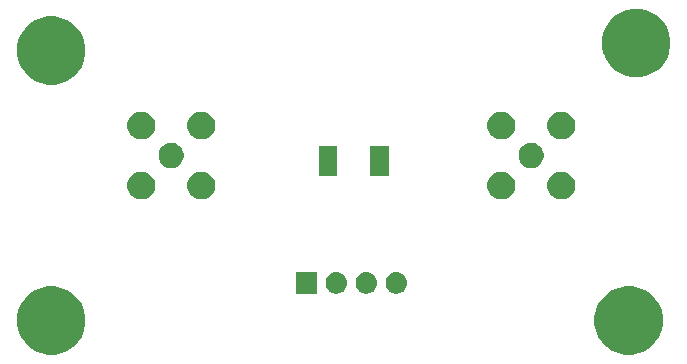
<source format=gbr>
G04 #@! TF.GenerationSoftware,KiCad,Pcbnew,(5.1.2)-2*
G04 #@! TF.CreationDate,2019-07-02T15:12:18+08:00*
G04 #@! TF.ProjectId,HMC346AMS8GE,484d4333-3436-4414-9d53-3847452e6b69,rev?*
G04 #@! TF.SameCoordinates,Original*
G04 #@! TF.FileFunction,Soldermask,Top*
G04 #@! TF.FilePolarity,Negative*
%FSLAX46Y46*%
G04 Gerber Fmt 4.6, Leading zero omitted, Abs format (unit mm)*
G04 Created by KiCad (PCBNEW (5.1.2)-2) date 2019-07-02 15:12:18*
%MOMM*%
%LPD*%
G04 APERTURE LIST*
%ADD10C,0.100000*%
G04 APERTURE END LIST*
D10*
G36*
X156421189Y-129925483D02*
G01*
X156949137Y-130144166D01*
X156949139Y-130144167D01*
X157424280Y-130461646D01*
X157828354Y-130865720D01*
X158145833Y-131340861D01*
X158145834Y-131340863D01*
X158364517Y-131868811D01*
X158476000Y-132429275D01*
X158476000Y-133000725D01*
X158364517Y-133561189D01*
X158364516Y-133561191D01*
X158145833Y-134089139D01*
X157828354Y-134564280D01*
X157424280Y-134968354D01*
X156949139Y-135285833D01*
X156949138Y-135285834D01*
X156949137Y-135285834D01*
X156421189Y-135504517D01*
X155860725Y-135616000D01*
X155289275Y-135616000D01*
X154728811Y-135504517D01*
X154200863Y-135285834D01*
X154200862Y-135285834D01*
X154200861Y-135285833D01*
X153725720Y-134968354D01*
X153321646Y-134564280D01*
X153004167Y-134089139D01*
X152785484Y-133561191D01*
X152785483Y-133561189D01*
X152674000Y-133000725D01*
X152674000Y-132429275D01*
X152785483Y-131868811D01*
X153004166Y-131340863D01*
X153004167Y-131340861D01*
X153321646Y-130865720D01*
X153725720Y-130461646D01*
X154200861Y-130144167D01*
X154200863Y-130144166D01*
X154728811Y-129925483D01*
X155289275Y-129814000D01*
X155860725Y-129814000D01*
X156421189Y-129925483D01*
X156421189Y-129925483D01*
G37*
G36*
X107526189Y-129925483D02*
G01*
X108054137Y-130144166D01*
X108054139Y-130144167D01*
X108529280Y-130461646D01*
X108933354Y-130865720D01*
X109250833Y-131340861D01*
X109250834Y-131340863D01*
X109469517Y-131868811D01*
X109581000Y-132429275D01*
X109581000Y-133000725D01*
X109469517Y-133561189D01*
X109469516Y-133561191D01*
X109250833Y-134089139D01*
X108933354Y-134564280D01*
X108529280Y-134968354D01*
X108054139Y-135285833D01*
X108054138Y-135285834D01*
X108054137Y-135285834D01*
X107526189Y-135504517D01*
X106965725Y-135616000D01*
X106394275Y-135616000D01*
X105833811Y-135504517D01*
X105305863Y-135285834D01*
X105305862Y-135285834D01*
X105305861Y-135285833D01*
X104830720Y-134968354D01*
X104426646Y-134564280D01*
X104109167Y-134089139D01*
X103890484Y-133561191D01*
X103890483Y-133561189D01*
X103779000Y-133000725D01*
X103779000Y-132429275D01*
X103890483Y-131868811D01*
X104109166Y-131340863D01*
X104109167Y-131340861D01*
X104426646Y-130865720D01*
X104830720Y-130461646D01*
X105305861Y-130144167D01*
X105305863Y-130144166D01*
X105833811Y-129925483D01*
X106394275Y-129814000D01*
X106965725Y-129814000D01*
X107526189Y-129925483D01*
X107526189Y-129925483D01*
G37*
G36*
X136000443Y-128645519D02*
G01*
X136066627Y-128652037D01*
X136236466Y-128703557D01*
X136392991Y-128787222D01*
X136428729Y-128816552D01*
X136530186Y-128899814D01*
X136613448Y-129001271D01*
X136642778Y-129037009D01*
X136726443Y-129193534D01*
X136777963Y-129363373D01*
X136795359Y-129540000D01*
X136777963Y-129716627D01*
X136726443Y-129886466D01*
X136642778Y-130042991D01*
X136613448Y-130078729D01*
X136530186Y-130180186D01*
X136428729Y-130263448D01*
X136392991Y-130292778D01*
X136236466Y-130376443D01*
X136066627Y-130427963D01*
X136000443Y-130434481D01*
X135934260Y-130441000D01*
X135845740Y-130441000D01*
X135779557Y-130434481D01*
X135713373Y-130427963D01*
X135543534Y-130376443D01*
X135387009Y-130292778D01*
X135351271Y-130263448D01*
X135249814Y-130180186D01*
X135166552Y-130078729D01*
X135137222Y-130042991D01*
X135053557Y-129886466D01*
X135002037Y-129716627D01*
X134984641Y-129540000D01*
X135002037Y-129363373D01*
X135053557Y-129193534D01*
X135137222Y-129037009D01*
X135166552Y-129001271D01*
X135249814Y-128899814D01*
X135351271Y-128816552D01*
X135387009Y-128787222D01*
X135543534Y-128703557D01*
X135713373Y-128652037D01*
X135779557Y-128645519D01*
X135845740Y-128639000D01*
X135934260Y-128639000D01*
X136000443Y-128645519D01*
X136000443Y-128645519D01*
G37*
G36*
X133460443Y-128645519D02*
G01*
X133526627Y-128652037D01*
X133696466Y-128703557D01*
X133852991Y-128787222D01*
X133888729Y-128816552D01*
X133990186Y-128899814D01*
X134073448Y-129001271D01*
X134102778Y-129037009D01*
X134186443Y-129193534D01*
X134237963Y-129363373D01*
X134255359Y-129540000D01*
X134237963Y-129716627D01*
X134186443Y-129886466D01*
X134102778Y-130042991D01*
X134073448Y-130078729D01*
X133990186Y-130180186D01*
X133888729Y-130263448D01*
X133852991Y-130292778D01*
X133696466Y-130376443D01*
X133526627Y-130427963D01*
X133460443Y-130434481D01*
X133394260Y-130441000D01*
X133305740Y-130441000D01*
X133239557Y-130434481D01*
X133173373Y-130427963D01*
X133003534Y-130376443D01*
X132847009Y-130292778D01*
X132811271Y-130263448D01*
X132709814Y-130180186D01*
X132626552Y-130078729D01*
X132597222Y-130042991D01*
X132513557Y-129886466D01*
X132462037Y-129716627D01*
X132444641Y-129540000D01*
X132462037Y-129363373D01*
X132513557Y-129193534D01*
X132597222Y-129037009D01*
X132626552Y-129001271D01*
X132709814Y-128899814D01*
X132811271Y-128816552D01*
X132847009Y-128787222D01*
X133003534Y-128703557D01*
X133173373Y-128652037D01*
X133239557Y-128645519D01*
X133305740Y-128639000D01*
X133394260Y-128639000D01*
X133460443Y-128645519D01*
X133460443Y-128645519D01*
G37*
G36*
X130920443Y-128645519D02*
G01*
X130986627Y-128652037D01*
X131156466Y-128703557D01*
X131312991Y-128787222D01*
X131348729Y-128816552D01*
X131450186Y-128899814D01*
X131533448Y-129001271D01*
X131562778Y-129037009D01*
X131646443Y-129193534D01*
X131697963Y-129363373D01*
X131715359Y-129540000D01*
X131697963Y-129716627D01*
X131646443Y-129886466D01*
X131562778Y-130042991D01*
X131533448Y-130078729D01*
X131450186Y-130180186D01*
X131348729Y-130263448D01*
X131312991Y-130292778D01*
X131156466Y-130376443D01*
X130986627Y-130427963D01*
X130920443Y-130434481D01*
X130854260Y-130441000D01*
X130765740Y-130441000D01*
X130699557Y-130434481D01*
X130633373Y-130427963D01*
X130463534Y-130376443D01*
X130307009Y-130292778D01*
X130271271Y-130263448D01*
X130169814Y-130180186D01*
X130086552Y-130078729D01*
X130057222Y-130042991D01*
X129973557Y-129886466D01*
X129922037Y-129716627D01*
X129904641Y-129540000D01*
X129922037Y-129363373D01*
X129973557Y-129193534D01*
X130057222Y-129037009D01*
X130086552Y-129001271D01*
X130169814Y-128899814D01*
X130271271Y-128816552D01*
X130307009Y-128787222D01*
X130463534Y-128703557D01*
X130633373Y-128652037D01*
X130699557Y-128645519D01*
X130765740Y-128639000D01*
X130854260Y-128639000D01*
X130920443Y-128645519D01*
X130920443Y-128645519D01*
G37*
G36*
X129171000Y-130441000D02*
G01*
X127369000Y-130441000D01*
X127369000Y-128639000D01*
X129171000Y-128639000D01*
X129171000Y-130441000D01*
X129171000Y-130441000D01*
G37*
G36*
X119571560Y-120124064D02*
G01*
X119723027Y-120154193D01*
X119937045Y-120242842D01*
X119937046Y-120242843D01*
X120129654Y-120371539D01*
X120293461Y-120535346D01*
X120379258Y-120663751D01*
X120422158Y-120727955D01*
X120510807Y-120941973D01*
X120556000Y-121169174D01*
X120556000Y-121400826D01*
X120510807Y-121628027D01*
X120422158Y-121842045D01*
X120422157Y-121842046D01*
X120293461Y-122034654D01*
X120129654Y-122198461D01*
X120001249Y-122284258D01*
X119937045Y-122327158D01*
X119723027Y-122415807D01*
X119571560Y-122445936D01*
X119495827Y-122461000D01*
X119264173Y-122461000D01*
X119188440Y-122445936D01*
X119036973Y-122415807D01*
X118822955Y-122327158D01*
X118758751Y-122284258D01*
X118630346Y-122198461D01*
X118466539Y-122034654D01*
X118337843Y-121842046D01*
X118337842Y-121842045D01*
X118249193Y-121628027D01*
X118204000Y-121400826D01*
X118204000Y-121169174D01*
X118249193Y-120941973D01*
X118337842Y-120727955D01*
X118380742Y-120663751D01*
X118466539Y-120535346D01*
X118630346Y-120371539D01*
X118822954Y-120242843D01*
X118822955Y-120242842D01*
X119036973Y-120154193D01*
X119188440Y-120124064D01*
X119264173Y-120109000D01*
X119495827Y-120109000D01*
X119571560Y-120124064D01*
X119571560Y-120124064D01*
G37*
G36*
X144971560Y-120124064D02*
G01*
X145123027Y-120154193D01*
X145337045Y-120242842D01*
X145337046Y-120242843D01*
X145529654Y-120371539D01*
X145693461Y-120535346D01*
X145779258Y-120663751D01*
X145822158Y-120727955D01*
X145910807Y-120941973D01*
X145956000Y-121169174D01*
X145956000Y-121400826D01*
X145910807Y-121628027D01*
X145822158Y-121842045D01*
X145822157Y-121842046D01*
X145693461Y-122034654D01*
X145529654Y-122198461D01*
X145401249Y-122284258D01*
X145337045Y-122327158D01*
X145123027Y-122415807D01*
X144971560Y-122445936D01*
X144895827Y-122461000D01*
X144664173Y-122461000D01*
X144588440Y-122445936D01*
X144436973Y-122415807D01*
X144222955Y-122327158D01*
X144158751Y-122284258D01*
X144030346Y-122198461D01*
X143866539Y-122034654D01*
X143737843Y-121842046D01*
X143737842Y-121842045D01*
X143649193Y-121628027D01*
X143604000Y-121400826D01*
X143604000Y-121169174D01*
X143649193Y-120941973D01*
X143737842Y-120727955D01*
X143780742Y-120663751D01*
X143866539Y-120535346D01*
X144030346Y-120371539D01*
X144222954Y-120242843D01*
X144222955Y-120242842D01*
X144436973Y-120154193D01*
X144588440Y-120124064D01*
X144664173Y-120109000D01*
X144895827Y-120109000D01*
X144971560Y-120124064D01*
X144971560Y-120124064D01*
G37*
G36*
X150051560Y-120124064D02*
G01*
X150203027Y-120154193D01*
X150417045Y-120242842D01*
X150417046Y-120242843D01*
X150609654Y-120371539D01*
X150773461Y-120535346D01*
X150859258Y-120663751D01*
X150902158Y-120727955D01*
X150990807Y-120941973D01*
X151036000Y-121169174D01*
X151036000Y-121400826D01*
X150990807Y-121628027D01*
X150902158Y-121842045D01*
X150902157Y-121842046D01*
X150773461Y-122034654D01*
X150609654Y-122198461D01*
X150481249Y-122284258D01*
X150417045Y-122327158D01*
X150203027Y-122415807D01*
X150051560Y-122445936D01*
X149975827Y-122461000D01*
X149744173Y-122461000D01*
X149668440Y-122445936D01*
X149516973Y-122415807D01*
X149302955Y-122327158D01*
X149238751Y-122284258D01*
X149110346Y-122198461D01*
X148946539Y-122034654D01*
X148817843Y-121842046D01*
X148817842Y-121842045D01*
X148729193Y-121628027D01*
X148684000Y-121400826D01*
X148684000Y-121169174D01*
X148729193Y-120941973D01*
X148817842Y-120727955D01*
X148860742Y-120663751D01*
X148946539Y-120535346D01*
X149110346Y-120371539D01*
X149302954Y-120242843D01*
X149302955Y-120242842D01*
X149516973Y-120154193D01*
X149668440Y-120124064D01*
X149744173Y-120109000D01*
X149975827Y-120109000D01*
X150051560Y-120124064D01*
X150051560Y-120124064D01*
G37*
G36*
X114491560Y-120124064D02*
G01*
X114643027Y-120154193D01*
X114857045Y-120242842D01*
X114857046Y-120242843D01*
X115049654Y-120371539D01*
X115213461Y-120535346D01*
X115299258Y-120663751D01*
X115342158Y-120727955D01*
X115430807Y-120941973D01*
X115476000Y-121169174D01*
X115476000Y-121400826D01*
X115430807Y-121628027D01*
X115342158Y-121842045D01*
X115342157Y-121842046D01*
X115213461Y-122034654D01*
X115049654Y-122198461D01*
X114921249Y-122284258D01*
X114857045Y-122327158D01*
X114643027Y-122415807D01*
X114491560Y-122445936D01*
X114415827Y-122461000D01*
X114184173Y-122461000D01*
X114108440Y-122445936D01*
X113956973Y-122415807D01*
X113742955Y-122327158D01*
X113678751Y-122284258D01*
X113550346Y-122198461D01*
X113386539Y-122034654D01*
X113257843Y-121842046D01*
X113257842Y-121842045D01*
X113169193Y-121628027D01*
X113124000Y-121400826D01*
X113124000Y-121169174D01*
X113169193Y-120941973D01*
X113257842Y-120727955D01*
X113300742Y-120663751D01*
X113386539Y-120535346D01*
X113550346Y-120371539D01*
X113742954Y-120242843D01*
X113742955Y-120242842D01*
X113956973Y-120154193D01*
X114108440Y-120124064D01*
X114184173Y-120109000D01*
X114415827Y-120109000D01*
X114491560Y-120124064D01*
X114491560Y-120124064D01*
G37*
G36*
X135261001Y-120466001D02*
G01*
X133709001Y-120466001D01*
X133709001Y-117964001D01*
X135261001Y-117964001D01*
X135261001Y-120466001D01*
X135261001Y-120466001D01*
G37*
G36*
X130861001Y-120466001D02*
G01*
X129309001Y-120466001D01*
X129309001Y-117964001D01*
X130861001Y-117964001D01*
X130861001Y-120466001D01*
X130861001Y-120466001D01*
G37*
G36*
X117015271Y-117682783D02*
G01*
X117153858Y-117710350D01*
X117349677Y-117791461D01*
X117525910Y-117909216D01*
X117675784Y-118059090D01*
X117793539Y-118235323D01*
X117874650Y-118431142D01*
X117916000Y-118639023D01*
X117916000Y-118850977D01*
X117874650Y-119058858D01*
X117793539Y-119254677D01*
X117675784Y-119430910D01*
X117525910Y-119580784D01*
X117349677Y-119698539D01*
X117153858Y-119779650D01*
X117015271Y-119807217D01*
X116945978Y-119821000D01*
X116734022Y-119821000D01*
X116664729Y-119807217D01*
X116526142Y-119779650D01*
X116330323Y-119698539D01*
X116154090Y-119580784D01*
X116004216Y-119430910D01*
X115886461Y-119254677D01*
X115805350Y-119058858D01*
X115764000Y-118850977D01*
X115764000Y-118639023D01*
X115805350Y-118431142D01*
X115886461Y-118235323D01*
X116004216Y-118059090D01*
X116154090Y-117909216D01*
X116330323Y-117791461D01*
X116526142Y-117710350D01*
X116664729Y-117682783D01*
X116734022Y-117669000D01*
X116945978Y-117669000D01*
X117015271Y-117682783D01*
X117015271Y-117682783D01*
G37*
G36*
X147495271Y-117682783D02*
G01*
X147633858Y-117710350D01*
X147829677Y-117791461D01*
X148005910Y-117909216D01*
X148155784Y-118059090D01*
X148273539Y-118235323D01*
X148354650Y-118431142D01*
X148396000Y-118639023D01*
X148396000Y-118850977D01*
X148354650Y-119058858D01*
X148273539Y-119254677D01*
X148155784Y-119430910D01*
X148005910Y-119580784D01*
X147829677Y-119698539D01*
X147633858Y-119779650D01*
X147495271Y-119807217D01*
X147425978Y-119821000D01*
X147214022Y-119821000D01*
X147144729Y-119807217D01*
X147006142Y-119779650D01*
X146810323Y-119698539D01*
X146634090Y-119580784D01*
X146484216Y-119430910D01*
X146366461Y-119254677D01*
X146285350Y-119058858D01*
X146244000Y-118850977D01*
X146244000Y-118639023D01*
X146285350Y-118431142D01*
X146366461Y-118235323D01*
X146484216Y-118059090D01*
X146634090Y-117909216D01*
X146810323Y-117791461D01*
X147006142Y-117710350D01*
X147144729Y-117682783D01*
X147214022Y-117669000D01*
X147425978Y-117669000D01*
X147495271Y-117682783D01*
X147495271Y-117682783D01*
G37*
G36*
X150051560Y-115044064D02*
G01*
X150203027Y-115074193D01*
X150417045Y-115162842D01*
X150417046Y-115162843D01*
X150609654Y-115291539D01*
X150773461Y-115455346D01*
X150859258Y-115583751D01*
X150902158Y-115647955D01*
X150990807Y-115861973D01*
X151036000Y-116089174D01*
X151036000Y-116320826D01*
X150990807Y-116548027D01*
X150902158Y-116762045D01*
X150902157Y-116762046D01*
X150773461Y-116954654D01*
X150609654Y-117118461D01*
X150481249Y-117204258D01*
X150417045Y-117247158D01*
X150203027Y-117335807D01*
X150051560Y-117365936D01*
X149975827Y-117381000D01*
X149744173Y-117381000D01*
X149668440Y-117365936D01*
X149516973Y-117335807D01*
X149302955Y-117247158D01*
X149238751Y-117204258D01*
X149110346Y-117118461D01*
X148946539Y-116954654D01*
X148817843Y-116762046D01*
X148817842Y-116762045D01*
X148729193Y-116548027D01*
X148684000Y-116320826D01*
X148684000Y-116089174D01*
X148729193Y-115861973D01*
X148817842Y-115647955D01*
X148860742Y-115583751D01*
X148946539Y-115455346D01*
X149110346Y-115291539D01*
X149302954Y-115162843D01*
X149302955Y-115162842D01*
X149516973Y-115074193D01*
X149668440Y-115044064D01*
X149744173Y-115029000D01*
X149975827Y-115029000D01*
X150051560Y-115044064D01*
X150051560Y-115044064D01*
G37*
G36*
X144971560Y-115044064D02*
G01*
X145123027Y-115074193D01*
X145337045Y-115162842D01*
X145337046Y-115162843D01*
X145529654Y-115291539D01*
X145693461Y-115455346D01*
X145779258Y-115583751D01*
X145822158Y-115647955D01*
X145910807Y-115861973D01*
X145956000Y-116089174D01*
X145956000Y-116320826D01*
X145910807Y-116548027D01*
X145822158Y-116762045D01*
X145822157Y-116762046D01*
X145693461Y-116954654D01*
X145529654Y-117118461D01*
X145401249Y-117204258D01*
X145337045Y-117247158D01*
X145123027Y-117335807D01*
X144971560Y-117365936D01*
X144895827Y-117381000D01*
X144664173Y-117381000D01*
X144588440Y-117365936D01*
X144436973Y-117335807D01*
X144222955Y-117247158D01*
X144158751Y-117204258D01*
X144030346Y-117118461D01*
X143866539Y-116954654D01*
X143737843Y-116762046D01*
X143737842Y-116762045D01*
X143649193Y-116548027D01*
X143604000Y-116320826D01*
X143604000Y-116089174D01*
X143649193Y-115861973D01*
X143737842Y-115647955D01*
X143780742Y-115583751D01*
X143866539Y-115455346D01*
X144030346Y-115291539D01*
X144222954Y-115162843D01*
X144222955Y-115162842D01*
X144436973Y-115074193D01*
X144588440Y-115044064D01*
X144664173Y-115029000D01*
X144895827Y-115029000D01*
X144971560Y-115044064D01*
X144971560Y-115044064D01*
G37*
G36*
X119571560Y-115044064D02*
G01*
X119723027Y-115074193D01*
X119937045Y-115162842D01*
X119937046Y-115162843D01*
X120129654Y-115291539D01*
X120293461Y-115455346D01*
X120379258Y-115583751D01*
X120422158Y-115647955D01*
X120510807Y-115861973D01*
X120556000Y-116089174D01*
X120556000Y-116320826D01*
X120510807Y-116548027D01*
X120422158Y-116762045D01*
X120422157Y-116762046D01*
X120293461Y-116954654D01*
X120129654Y-117118461D01*
X120001249Y-117204258D01*
X119937045Y-117247158D01*
X119723027Y-117335807D01*
X119571560Y-117365936D01*
X119495827Y-117381000D01*
X119264173Y-117381000D01*
X119188440Y-117365936D01*
X119036973Y-117335807D01*
X118822955Y-117247158D01*
X118758751Y-117204258D01*
X118630346Y-117118461D01*
X118466539Y-116954654D01*
X118337843Y-116762046D01*
X118337842Y-116762045D01*
X118249193Y-116548027D01*
X118204000Y-116320826D01*
X118204000Y-116089174D01*
X118249193Y-115861973D01*
X118337842Y-115647955D01*
X118380742Y-115583751D01*
X118466539Y-115455346D01*
X118630346Y-115291539D01*
X118822954Y-115162843D01*
X118822955Y-115162842D01*
X119036973Y-115074193D01*
X119188440Y-115044064D01*
X119264173Y-115029000D01*
X119495827Y-115029000D01*
X119571560Y-115044064D01*
X119571560Y-115044064D01*
G37*
G36*
X114491560Y-115044064D02*
G01*
X114643027Y-115074193D01*
X114857045Y-115162842D01*
X114857046Y-115162843D01*
X115049654Y-115291539D01*
X115213461Y-115455346D01*
X115299258Y-115583751D01*
X115342158Y-115647955D01*
X115430807Y-115861973D01*
X115476000Y-116089174D01*
X115476000Y-116320826D01*
X115430807Y-116548027D01*
X115342158Y-116762045D01*
X115342157Y-116762046D01*
X115213461Y-116954654D01*
X115049654Y-117118461D01*
X114921249Y-117204258D01*
X114857045Y-117247158D01*
X114643027Y-117335807D01*
X114491560Y-117365936D01*
X114415827Y-117381000D01*
X114184173Y-117381000D01*
X114108440Y-117365936D01*
X113956973Y-117335807D01*
X113742955Y-117247158D01*
X113678751Y-117204258D01*
X113550346Y-117118461D01*
X113386539Y-116954654D01*
X113257843Y-116762046D01*
X113257842Y-116762045D01*
X113169193Y-116548027D01*
X113124000Y-116320826D01*
X113124000Y-116089174D01*
X113169193Y-115861973D01*
X113257842Y-115647955D01*
X113300742Y-115583751D01*
X113386539Y-115455346D01*
X113550346Y-115291539D01*
X113742954Y-115162843D01*
X113742955Y-115162842D01*
X113956973Y-115074193D01*
X114108440Y-115044064D01*
X114184173Y-115029000D01*
X114415827Y-115029000D01*
X114491560Y-115044064D01*
X114491560Y-115044064D01*
G37*
G36*
X107526189Y-107065483D02*
G01*
X107526192Y-107065484D01*
X107526191Y-107065484D01*
X108054139Y-107284167D01*
X108529280Y-107601646D01*
X108933354Y-108005720D01*
X109179303Y-108373809D01*
X109250834Y-108480863D01*
X109469517Y-109008811D01*
X109581000Y-109569275D01*
X109581000Y-110140725D01*
X109469517Y-110701189D01*
X109469516Y-110701191D01*
X109250833Y-111229139D01*
X108933354Y-111704280D01*
X108529280Y-112108354D01*
X108054139Y-112425833D01*
X108054138Y-112425834D01*
X108054137Y-112425834D01*
X107526189Y-112644517D01*
X106965725Y-112756000D01*
X106394275Y-112756000D01*
X105833811Y-112644517D01*
X105305863Y-112425834D01*
X105305862Y-112425834D01*
X105305861Y-112425833D01*
X104830720Y-112108354D01*
X104426646Y-111704280D01*
X104109167Y-111229139D01*
X103890484Y-110701191D01*
X103890483Y-110701189D01*
X103779000Y-110140725D01*
X103779000Y-109569275D01*
X103890483Y-109008811D01*
X104109166Y-108480863D01*
X104180697Y-108373809D01*
X104426646Y-108005720D01*
X104830720Y-107601646D01*
X105305861Y-107284167D01*
X105833809Y-107065484D01*
X105833808Y-107065484D01*
X105833811Y-107065483D01*
X106394275Y-106954000D01*
X106965725Y-106954000D01*
X107526189Y-107065483D01*
X107526189Y-107065483D01*
G37*
G36*
X157056189Y-106430483D02*
G01*
X157056192Y-106430484D01*
X157056191Y-106430484D01*
X157584139Y-106649167D01*
X158059280Y-106966646D01*
X158463354Y-107370720D01*
X158780833Y-107845861D01*
X158780834Y-107845863D01*
X158999517Y-108373811D01*
X159111000Y-108934275D01*
X159111000Y-109505725D01*
X158999517Y-110066189D01*
X158968643Y-110140725D01*
X158780833Y-110594139D01*
X158463354Y-111069280D01*
X158059280Y-111473354D01*
X157584139Y-111790833D01*
X157584138Y-111790834D01*
X157584137Y-111790834D01*
X157056189Y-112009517D01*
X156495725Y-112121000D01*
X155924275Y-112121000D01*
X155363811Y-112009517D01*
X154835863Y-111790834D01*
X154835862Y-111790834D01*
X154835861Y-111790833D01*
X154360720Y-111473354D01*
X153956646Y-111069280D01*
X153639167Y-110594139D01*
X153451357Y-110140725D01*
X153420483Y-110066189D01*
X153309000Y-109505725D01*
X153309000Y-108934275D01*
X153420483Y-108373811D01*
X153639166Y-107845863D01*
X153639167Y-107845861D01*
X153956646Y-107370720D01*
X154360720Y-106966646D01*
X154835861Y-106649167D01*
X155363809Y-106430484D01*
X155363808Y-106430484D01*
X155363811Y-106430483D01*
X155924275Y-106319000D01*
X156495725Y-106319000D01*
X157056189Y-106430483D01*
X157056189Y-106430483D01*
G37*
M02*

</source>
